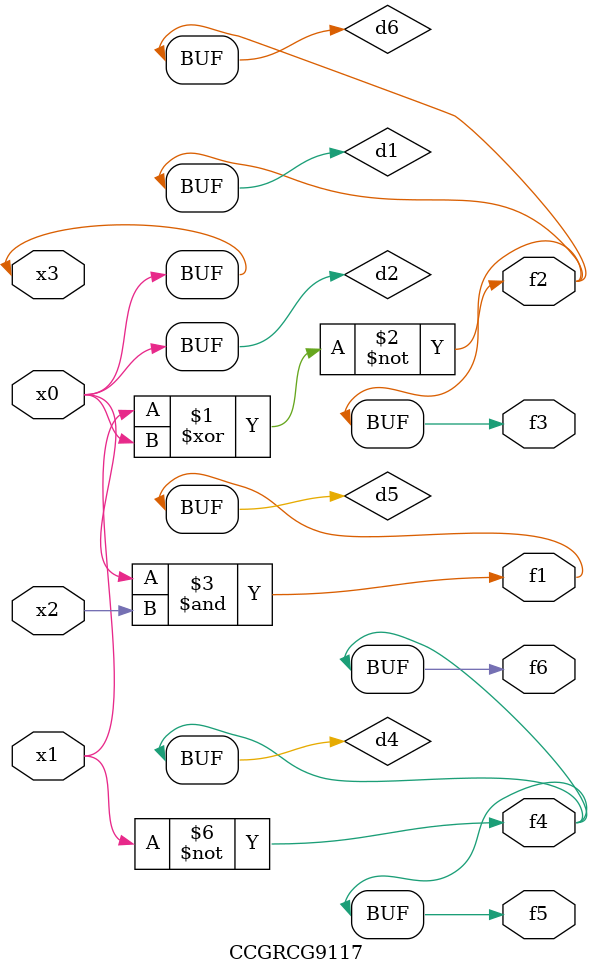
<source format=v>
module CCGRCG9117(
	input x0, x1, x2, x3,
	output f1, f2, f3, f4, f5, f6
);

	wire d1, d2, d3, d4, d5, d6;

	xnor (d1, x1, x3);
	buf (d2, x0, x3);
	nand (d3, x0, x2);
	not (d4, x1);
	nand (d5, d3);
	or (d6, d1);
	assign f1 = d5;
	assign f2 = d6;
	assign f3 = d6;
	assign f4 = d4;
	assign f5 = d4;
	assign f6 = d4;
endmodule

</source>
